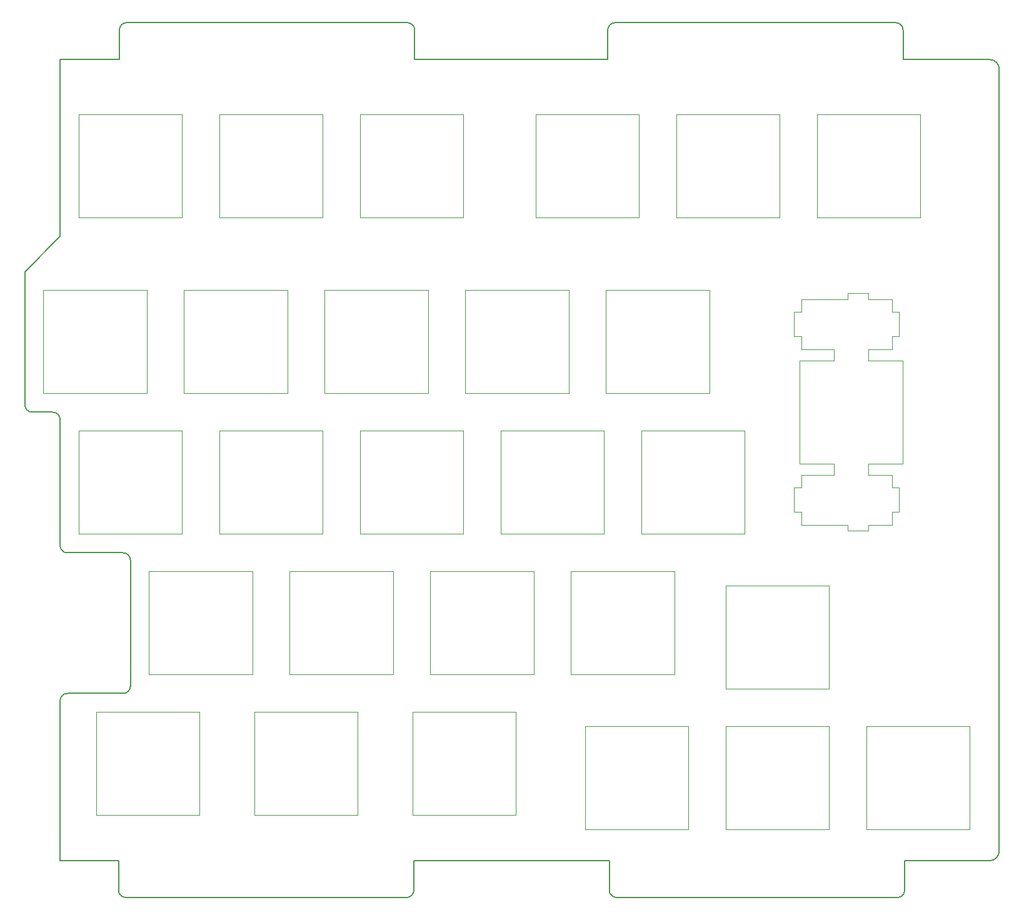
<source format=gbr>
G04 #@! TF.GenerationSoftware,KiCad,Pcbnew,7.0.8*
G04 #@! TF.CreationDate,2023-10-10T15:47:36+09:00*
G04 #@! TF.ProjectId,ckb9,636b6239-2e6b-4696-9361-645f70636258,rev?*
G04 #@! TF.SameCoordinates,Original*
G04 #@! TF.FileFunction,Profile,NP*
%FSLAX46Y46*%
G04 Gerber Fmt 4.6, Leading zero omitted, Abs format (unit mm)*
G04 Created by KiCad (PCBNEW 7.0.8) date 2023-10-10 15:47:36*
%MOMM*%
%LPD*%
G01*
G04 APERTURE LIST*
G04 #@! TA.AperFunction,Profile*
%ADD10C,0.100000*%
G04 #@! TD*
G04 #@! TA.AperFunction,Profile*
%ADD11C,0.150000*%
G04 #@! TD*
G04 APERTURE END LIST*
D10*
X404575000Y-386771000D02*
X409274000Y-386771000D01*
X387845000Y-382296700D02*
X387845000Y-396296000D01*
X342889000Y-420396600D02*
X356888000Y-420396600D01*
X401775000Y-395046100D02*
X401775000Y-395870100D01*
X297645000Y-353433500D02*
X297645000Y-339434200D01*
X300025000Y-434396090D02*
X300025000Y-420396600D01*
X397658000Y-353433500D02*
X397658000Y-339434200D01*
X311933000Y-363246700D02*
X325932000Y-363246700D01*
X297645000Y-382296700D02*
X311645000Y-382296700D01*
X316695000Y-353433500D02*
X316695000Y-339434200D01*
D11*
X409520000Y-444540000D02*
X409520000Y-440540000D01*
X290379970Y-378779952D02*
G75*
G03*
X291380472Y-379790000I1000040J-9958D01*
G01*
D10*
X359558000Y-353433500D02*
X359558000Y-339434200D01*
X404575000Y-371246300D02*
X407805000Y-371246300D01*
D11*
X343160020Y-328020000D02*
G75*
G03*
X342160000Y-327020000I-1000010J-10D01*
G01*
D10*
X364032000Y-363246700D02*
X364032000Y-377246000D01*
X340220000Y-401346700D02*
X340220000Y-415346100D01*
X378608000Y-353433500D02*
X378608000Y-339434200D01*
D11*
X295140518Y-380800000D02*
G75*
G03*
X294140000Y-379789952I-1000008J9990D01*
G01*
D10*
X369083000Y-377246000D02*
X369083000Y-363246700D01*
X340220000Y-415346100D02*
X326220000Y-415346100D01*
D11*
X421030000Y-440540000D02*
X409520000Y-440540000D01*
D10*
X373557000Y-353433500D02*
X359558000Y-353433500D01*
X373557000Y-339434200D02*
X373557000Y-353433500D01*
X316695000Y-382296700D02*
X330695000Y-382296700D01*
D11*
X295140000Y-355990000D02*
X290380000Y-360750000D01*
X296140000Y-398840048D02*
X303660000Y-398840000D01*
X409310020Y-328020000D02*
G75*
G03*
X408310000Y-327020000I-1000010J-10D01*
G01*
X291380000Y-379790000D02*
X294140000Y-379789952D01*
D10*
X335745000Y-353433500D02*
X335745000Y-339434200D01*
X321170000Y-401346700D02*
X321170000Y-415346100D01*
X330695000Y-339434200D02*
X330695000Y-353433500D01*
X404575000Y-363671100D02*
X401775000Y-363671100D01*
X368795000Y-382296700D02*
X368795000Y-396296000D01*
X297645000Y-339434200D02*
X311645000Y-339434200D01*
X368795000Y-396296000D02*
X354795000Y-396296000D01*
X307170000Y-415346100D02*
X307170000Y-401346700D01*
X383082000Y-377246000D02*
X369083000Y-377246000D01*
X411657000Y-353433500D02*
X397658000Y-353433500D01*
D11*
X295140022Y-397830000D02*
G75*
G03*
X296140472Y-398840048I999988J-10010D01*
G01*
D10*
X344982000Y-377246000D02*
X330983000Y-377246000D01*
X311645000Y-382296700D02*
X311645000Y-396296000D01*
X344982000Y-363246700D02*
X344982000Y-377246000D01*
D11*
X369520000Y-440540000D02*
X369520000Y-444540000D01*
X369310000Y-328020000D02*
X369310000Y-332020000D01*
D10*
X321458000Y-420396600D02*
X335457000Y-420396600D01*
X418324000Y-422301000D02*
X418324000Y-436300530D01*
X297645000Y-396296000D02*
X297645000Y-382296700D01*
X392607000Y-353433500D02*
X378608000Y-353433500D01*
D11*
X422340020Y-333330000D02*
G75*
G03*
X421030000Y-332020000I-1310010J-10D01*
G01*
X421030000Y-332020000D02*
X409310000Y-332020000D01*
D10*
X407805000Y-369520800D02*
X408726000Y-369520800D01*
X330983000Y-377246000D02*
X330983000Y-363246700D01*
X404575000Y-372771701D02*
X404575000Y-371246300D01*
X311933000Y-377246000D02*
X311933000Y-363246700D01*
X325932000Y-363246700D02*
X325932000Y-377246000D01*
X292883000Y-377246000D02*
X292883000Y-363246700D01*
X306882000Y-377246000D02*
X292883000Y-377246000D01*
X306882000Y-363246700D02*
X306882000Y-377246000D01*
X335745000Y-339434200D02*
X349745000Y-339434200D01*
X411657000Y-339434200D02*
X411657000Y-353433500D01*
X395505000Y-366220200D02*
X394525000Y-366220200D01*
D11*
X295130000Y-440540000D02*
X303050000Y-440540000D01*
D10*
X292883000Y-363246700D02*
X306882000Y-363246700D01*
X373845000Y-396296000D02*
X373845000Y-382296700D01*
X395505000Y-371246300D02*
X399975000Y-371246300D01*
X408726000Y-369520800D02*
X408726000Y-366220200D01*
D11*
X343050000Y-440540000D02*
X369520000Y-440540000D01*
D10*
X407805000Y-364496600D02*
X404575000Y-364496600D01*
X342889000Y-434396090D02*
X342889000Y-420396600D01*
X395505000Y-388296700D02*
X395505000Y-390020400D01*
X399975000Y-372771701D02*
X395275000Y-372771701D01*
X349745000Y-353433500D02*
X335745000Y-353433500D01*
X407805000Y-371246300D02*
X407805000Y-369520800D01*
X407805000Y-395046100D02*
X407805000Y-393321000D01*
X399975000Y-386771000D02*
X399975000Y-388296700D01*
X409274000Y-372771701D02*
X404575000Y-372771701D01*
X314026000Y-434396090D02*
X300025000Y-434396090D01*
X409274000Y-386771000D02*
X409274000Y-372771701D01*
X311645000Y-353433500D02*
X297645000Y-353433500D01*
X325932000Y-377246000D02*
X311933000Y-377246000D01*
X407805000Y-388296700D02*
X404575000Y-388296700D01*
X395505000Y-364496600D02*
X395505000Y-366220200D01*
D11*
X369310000Y-332020000D02*
X343160000Y-332020000D01*
D10*
X407805000Y-390020400D02*
X407805000Y-388296700D01*
X399975000Y-388296700D02*
X395505000Y-388296700D01*
X359558000Y-339434200D02*
X373557000Y-339434200D01*
X399274000Y-417250500D02*
X385275000Y-417250500D01*
X378608000Y-339434200D02*
X392607000Y-339434200D01*
X401775000Y-363671100D02*
X401775000Y-364496600D01*
X404325000Y-422301000D02*
X418324000Y-422301000D01*
X408726000Y-390020400D02*
X407805000Y-390020400D01*
X408726000Y-393321000D02*
X408726000Y-390020400D01*
X407805000Y-393321000D02*
X408726000Y-393321000D01*
X401775000Y-395870100D02*
X404575000Y-395870100D01*
D11*
X304160000Y-327020000D02*
G75*
G03*
X303160000Y-328020000I10J-1000010D01*
G01*
D10*
X395505000Y-395046100D02*
X401775000Y-395046100D01*
X350033000Y-363246700D02*
X364032000Y-363246700D01*
X394525000Y-393321000D02*
X395505000Y-393321000D01*
X404575000Y-395046100D02*
X407805000Y-395046100D01*
X356888000Y-420396600D02*
X356888000Y-434396090D01*
X394525000Y-390020400D02*
X394525000Y-393321000D01*
X397658000Y-339434200D02*
X411657000Y-339434200D01*
X395505000Y-390020400D02*
X394525000Y-390020400D01*
D11*
X408520000Y-445540000D02*
G75*
G03*
X409520000Y-444540000I10J999990D01*
G01*
D10*
X395275000Y-386771000D02*
X399975000Y-386771000D01*
X385275000Y-422301000D02*
X399274000Y-422301000D01*
X369083000Y-363246700D02*
X383082000Y-363246700D01*
X395275000Y-372771701D02*
X395275000Y-386771000D01*
X399975000Y-371246300D02*
X399975000Y-372771701D01*
X394525000Y-369520800D02*
X395505000Y-369520800D01*
X394525000Y-366220200D02*
X394525000Y-369520800D01*
X401775000Y-364496600D02*
X395505000Y-364496600D01*
D11*
X422340000Y-333330000D02*
X422340000Y-439230000D01*
D10*
X354795000Y-396296000D02*
X354795000Y-382296700D01*
D11*
X342050000Y-445540000D02*
G75*
G03*
X343050000Y-444540000I10J999990D01*
G01*
D10*
X366225000Y-422301000D02*
X380224000Y-422301000D01*
D11*
X303650000Y-417890000D02*
X296140000Y-417890000D01*
X343160000Y-332020000D02*
X343160000Y-328020000D01*
D10*
X335745000Y-396296000D02*
X335745000Y-382296700D01*
X349745000Y-396296000D02*
X335745000Y-396296000D01*
X383082000Y-363246700D02*
X383082000Y-377246000D01*
X335745000Y-382296700D02*
X349745000Y-382296700D01*
X316695000Y-396296000D02*
X316695000Y-382296700D01*
X330695000Y-396296000D02*
X316695000Y-396296000D01*
X408726000Y-366220200D02*
X407805000Y-366220200D01*
X392607000Y-339434200D02*
X392607000Y-353433500D01*
D11*
X303160000Y-328020000D02*
X303160000Y-332020000D01*
X370520000Y-445540000D02*
X408520000Y-445540000D01*
D10*
X311645000Y-339434200D02*
X311645000Y-353433500D01*
X330695000Y-382296700D02*
X330695000Y-396296000D01*
X311645000Y-396296000D02*
X297645000Y-396296000D01*
X349745000Y-382296700D02*
X349745000Y-396296000D01*
D11*
X408310000Y-327020000D02*
X370310000Y-327020000D01*
D10*
X364320000Y-415346100D02*
X364320000Y-401346700D01*
X326220000Y-401346700D02*
X340220000Y-401346700D01*
X404575000Y-395870100D02*
X404575000Y-395046100D01*
X378320000Y-401346700D02*
X378320000Y-415346100D01*
X364320000Y-401346700D02*
X378320000Y-401346700D01*
X404575000Y-364496600D02*
X404575000Y-363671100D01*
D11*
X303160000Y-332020000D02*
X295140000Y-332020000D01*
D10*
X404575000Y-388296700D02*
X404575000Y-386771000D01*
X345270000Y-415346100D02*
X345270000Y-401346700D01*
X407805000Y-366220200D02*
X407805000Y-364496600D01*
X359270000Y-415346100D02*
X345270000Y-415346100D01*
X359270000Y-401346700D02*
X359270000Y-415346100D01*
X395505000Y-369520800D02*
X395505000Y-371246300D01*
X345270000Y-401346700D02*
X359270000Y-401346700D01*
X326220000Y-415346100D02*
X326220000Y-401346700D01*
X321170000Y-415346100D02*
X307170000Y-415346100D01*
X364032000Y-377246000D02*
X350033000Y-377246000D01*
X307170000Y-401346700D02*
X321170000Y-401346700D01*
X373845000Y-382296700D02*
X387845000Y-382296700D01*
X385275000Y-417250500D02*
X385275000Y-403251000D01*
X399274000Y-403251000D02*
X399274000Y-417250500D01*
X385275000Y-403251000D02*
X399274000Y-403251000D01*
X349745000Y-339434200D02*
X349745000Y-353433500D01*
X356888000Y-434396090D02*
X342889000Y-434396090D01*
D11*
X303650000Y-417889998D02*
G75*
G03*
X304660048Y-416889528I10010J999988D01*
G01*
D10*
X321458000Y-434396090D02*
X321458000Y-420396600D01*
X354795000Y-382296700D02*
X368795000Y-382296700D01*
X395505000Y-393321000D02*
X395505000Y-395046100D01*
D11*
X295140000Y-332020000D02*
X295140000Y-355990000D01*
D10*
X335457000Y-434396090D02*
X321458000Y-434396090D01*
X335457000Y-420396600D02*
X335457000Y-434396090D01*
X378320000Y-415346100D02*
X364320000Y-415346100D01*
X314026000Y-420396600D02*
X314026000Y-434396090D01*
X350033000Y-377246000D02*
X350033000Y-363246700D01*
X404325000Y-436300530D02*
X404325000Y-422301000D01*
X418324000Y-436300530D02*
X404325000Y-436300530D01*
X300025000Y-420396600D02*
X314026000Y-420396600D01*
X385275000Y-436300530D02*
X385275000Y-422301000D01*
X316695000Y-339434200D02*
X330695000Y-339434200D01*
X399274000Y-436300530D02*
X385275000Y-436300530D01*
X330983000Y-363246700D02*
X344982000Y-363246700D01*
X399274000Y-422301000D02*
X399274000Y-436300530D01*
X366225000Y-436300530D02*
X366225000Y-422301000D01*
X380224000Y-422301000D02*
X380224000Y-436300530D01*
D11*
X342160000Y-327020000D02*
X304160000Y-327020000D01*
X409310000Y-332020000D02*
X409310000Y-328020000D01*
D10*
X330695000Y-353433500D02*
X316695000Y-353433500D01*
D11*
X290380000Y-360750000D02*
X290380000Y-378779952D01*
X421030000Y-440540000D02*
G75*
G03*
X422340000Y-439230000I10J1309990D01*
G01*
X295129952Y-418890000D02*
X295130000Y-440540000D01*
X296140000Y-417890002D02*
G75*
G03*
X295129952Y-418890472I-9990J-1000008D01*
G01*
D10*
X387845000Y-396296000D02*
X373845000Y-396296000D01*
D11*
X303050020Y-444540000D02*
G75*
G03*
X304050000Y-445540000I999990J-10D01*
G01*
X304660000Y-399850048D02*
X304660048Y-416890000D01*
D10*
X380224000Y-436300530D02*
X366225000Y-436300530D01*
D11*
X304659970Y-399850048D02*
G75*
G03*
X303659528Y-398840000I-999960J10038D01*
G01*
X295140000Y-380800000D02*
X295140000Y-397830000D01*
X369520020Y-444540000D02*
G75*
G03*
X370520000Y-445540000I999990J-10D01*
G01*
X303050000Y-440540000D02*
X303050000Y-444540000D01*
X343050000Y-444540000D02*
X343050000Y-440540000D01*
X370310000Y-327020000D02*
G75*
G03*
X369310000Y-328020000I10J-1000010D01*
G01*
X304050000Y-445540000D02*
X342050000Y-445540000D01*
M02*

</source>
